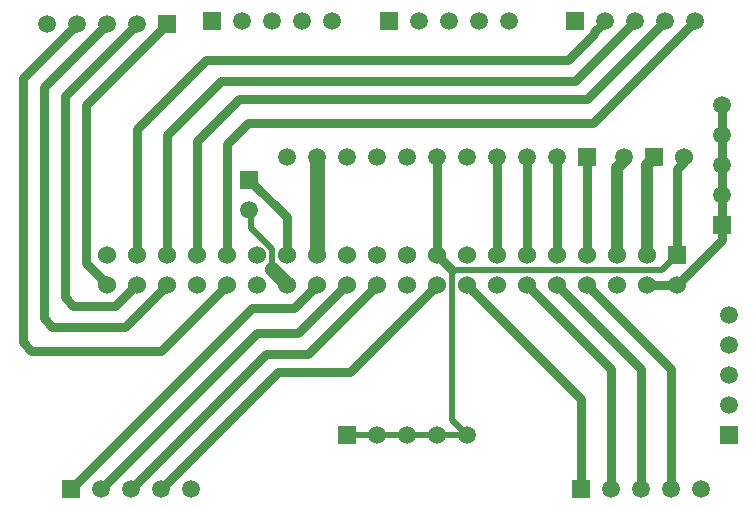
<source format=gtl>
G04*
G04 #@! TF.GenerationSoftware,Altium Limited,Altium Designer,24.5.2 (23)*
G04*
G04 Layer_Physical_Order=1*
G04 Layer_Color=255*
%FSLAX44Y44*%
%MOMM*%
G71*
G04*
G04 #@! TF.SameCoordinates,C5F79816-F3BF-4F28-B5AB-9B0DAD98A386*
G04*
G04*
G04 #@! TF.FilePolarity,Positive*
G04*
G01*
G75*
%ADD18C,0.7620*%
%ADD19C,0.5080*%
%ADD20C,1.0160*%
%ADD21C,1.2700*%
%ADD22R,1.5000X1.5000*%
%ADD23C,1.5000*%
%ADD24R,1.5000X1.5000*%
%ADD25C,1.5240*%
%ADD26R,1.5240X1.5240*%
D18*
X-426720Y-129540D02*
X-134620D01*
X-434340Y-109220D02*
X-139700D01*
X-124460Y-43802D02*
Y-43180D01*
X-449580Y-93980D02*
X-149860D01*
X-134620Y-129540D02*
X-48260Y-43180D01*
X-139700Y-109220D02*
X-73660Y-43180D01*
X-133470Y-52812D02*
X-124460Y-43802D01*
X-149860Y-93980D02*
X-99060Y-43180D01*
X-495300Y-139700D02*
X-449580Y-93980D01*
X-462280Y-76200D02*
X-155308D01*
X-133470Y-54362D02*
Y-52812D01*
X-155308Y-76200D02*
X-133470Y-54362D01*
X-469900Y-144780D02*
X-434340Y-109220D01*
X-444500Y-147320D02*
X-426720Y-129540D01*
X-563880Y-114300D02*
X-495300Y-45720D01*
X-563880Y-248233D02*
Y-114300D01*
Y-248233D02*
X-546100Y-266013D01*
Y-266700D02*
Y-266013D01*
X-574221Y-284480D02*
X-539167D01*
X-581660Y-277041D02*
X-574221Y-284480D01*
X-581660Y-106680D02*
X-520700Y-45720D01*
X-581660Y-277041D02*
Y-106680D01*
X-599440Y-294820D02*
Y-99060D01*
X-546100Y-45720D01*
X-592001Y-302260D02*
X-530860D01*
X-599440Y-294820D02*
X-592001Y-302260D01*
X-617220Y-315140D02*
Y-91440D01*
Y-315140D02*
X-609781Y-322580D01*
X-500380D01*
X-617220Y-91440D02*
X-571500Y-45720D01*
X-539167Y-284480D02*
X-521387Y-266700D01*
X-520700D01*
X-530860Y-302260D02*
X-495300Y-266700D01*
X-500380Y-322580D02*
X-444500Y-266700D01*
X-576580Y-439420D02*
X-423153Y-285993D01*
X-387593D01*
X-368300Y-266700D01*
X-551180Y-439420D02*
X-419100Y-307340D01*
X-384227D02*
X-343587Y-266700D01*
X-419100Y-307340D02*
X-384227D01*
X-401320Y-340360D02*
X-340360D01*
X-266700Y-266700D01*
X-411480Y-325120D02*
X-375920D01*
X-525780Y-439420D02*
X-411480Y-325120D01*
X-375920D02*
X-317500Y-266700D01*
X-500380Y-439420D02*
X-401320Y-340360D01*
X-343587Y-266700D02*
X-342900D01*
X-68580Y-439420D02*
Y-337820D01*
X-139700Y-266700D02*
X-68580Y-337820D01*
X-165100Y-266700D02*
X-93980Y-337820D01*
Y-439420D02*
Y-337820D01*
X-190500Y-266700D02*
X-119380Y-337820D01*
Y-439420D02*
Y-337820D01*
X-241300Y-266700D02*
X-144780Y-363220D01*
Y-439420D02*
Y-363220D01*
X-444500Y-241300D02*
Y-147320D01*
X-469900Y-241300D02*
Y-144780D01*
X-495300Y-241300D02*
Y-139700D01*
X-520700Y-134620D02*
X-462280Y-76200D01*
X-520700Y-241300D02*
Y-134620D01*
X-266700Y-241300D02*
X-254000Y-254000D01*
X-25400Y-139700D02*
Y-114300D01*
Y-165100D02*
Y-139700D01*
Y-190500D02*
Y-165100D01*
Y-215900D02*
Y-190500D01*
X-63500Y-266700D02*
X-25400Y-228600D01*
Y-215900D01*
X-88900Y-266700D02*
X-63500D01*
X-57150Y-162187D02*
Y-158750D01*
X-63500Y-241300D02*
Y-168537D01*
X-57150Y-162187D01*
X-425450Y-177800D02*
X-393700Y-209550D01*
Y-241300D02*
Y-209550D01*
X-266700Y-241300D02*
Y-158750D01*
X-215900Y-241300D02*
Y-158750D01*
X-190500Y-241300D02*
Y-158750D01*
X-165100Y-241300D02*
Y-158750D01*
X-139700Y-241300D02*
Y-158750D01*
D19*
X-76200Y-254000D02*
X-63500Y-241300D01*
X-254000Y-254000D02*
X-76200D01*
X-266700Y-393700D02*
X-241300D01*
X-342900D02*
X-317500D01*
X-292100D01*
X-266700D01*
X-254000Y-381000D02*
X-241300Y-393700D01*
X-254000Y-381000D02*
Y-254000D01*
X-424119Y-218320D02*
Y-204531D01*
Y-218320D02*
X-406400Y-236040D01*
Y-253313D02*
Y-236040D01*
X-425450Y-203200D02*
X-424119Y-204531D01*
X-406400Y-253313D02*
X-406400Y-253313D01*
D20*
X-114300Y-167784D02*
X-107950Y-161434D01*
X-114300Y-241300D02*
Y-167784D01*
X-107950Y-161434D02*
Y-158750D01*
X-88900Y-241300D02*
Y-165100D01*
X-82550Y-158750D01*
D21*
X-406400Y-253313D02*
X-393700Y-266013D01*
Y-266700D02*
Y-266013D01*
X-368300Y-241300D02*
Y-158750D01*
D22*
X-307340Y-43180D02*
D03*
X-149860D02*
D03*
X-495300Y-45720D02*
D03*
X-576580Y-439420D02*
D03*
X-144780D02*
D03*
X-139700Y-158750D02*
D03*
X-457200Y-43180D02*
D03*
X-342900Y-393700D02*
D03*
X-82550Y-158750D02*
D03*
D23*
X-281940Y-43180D02*
D03*
X-256540D02*
D03*
X-231140D02*
D03*
X-205740D02*
D03*
X-25400Y-190500D02*
D03*
Y-165100D02*
D03*
Y-139700D02*
D03*
Y-114300D02*
D03*
X-124460Y-43180D02*
D03*
X-99060D02*
D03*
X-73660D02*
D03*
X-48260D02*
D03*
X-596900Y-45720D02*
D03*
X-571500D02*
D03*
X-546100D02*
D03*
X-520700D02*
D03*
X-551180Y-439420D02*
D03*
X-525780D02*
D03*
X-500380D02*
D03*
X-474980D02*
D03*
X-43180D02*
D03*
X-68580D02*
D03*
X-93980D02*
D03*
X-119380D02*
D03*
X-425450Y-203200D02*
D03*
X-393700Y-158750D02*
D03*
X-368300D02*
D03*
X-342900D02*
D03*
X-317500D02*
D03*
X-292100D02*
D03*
X-266700D02*
D03*
X-241300D02*
D03*
X-215900D02*
D03*
X-190500D02*
D03*
X-165100D02*
D03*
X-355600Y-43180D02*
D03*
X-381000D02*
D03*
X-406400D02*
D03*
X-431800D02*
D03*
X-19050Y-292100D02*
D03*
Y-317500D02*
D03*
Y-342900D02*
D03*
Y-368300D02*
D03*
X-317500Y-393700D02*
D03*
X-292100D02*
D03*
X-266700D02*
D03*
X-241300D02*
D03*
X-107950Y-158750D02*
D03*
D24*
X-25400Y-215900D02*
D03*
X-425450Y-177800D02*
D03*
X-19050Y-393700D02*
D03*
D25*
X-57150Y-158750D02*
D03*
X-546100Y-266700D02*
D03*
X-520700D02*
D03*
X-495300D02*
D03*
X-469900D02*
D03*
X-444500D02*
D03*
X-419100D02*
D03*
X-546100Y-241300D02*
D03*
X-520700D02*
D03*
X-495300D02*
D03*
X-469900D02*
D03*
X-444500D02*
D03*
X-419100D02*
D03*
X-393700Y-266700D02*
D03*
Y-241300D02*
D03*
X-368300Y-266700D02*
D03*
X-342900D02*
D03*
X-317500D02*
D03*
X-292100D02*
D03*
X-266700D02*
D03*
X-241300D02*
D03*
X-368300Y-241300D02*
D03*
X-342900D02*
D03*
X-317500D02*
D03*
X-292100D02*
D03*
X-266700D02*
D03*
X-241300D02*
D03*
X-215900Y-266700D02*
D03*
Y-241300D02*
D03*
X-190500Y-266700D02*
D03*
X-165100D02*
D03*
X-139700D02*
D03*
X-114300D02*
D03*
X-88900D02*
D03*
X-63500D02*
D03*
X-190500Y-241300D02*
D03*
X-165100D02*
D03*
X-139700D02*
D03*
X-114300D02*
D03*
X-88900D02*
D03*
D26*
X-63500D02*
D03*
M02*

</source>
